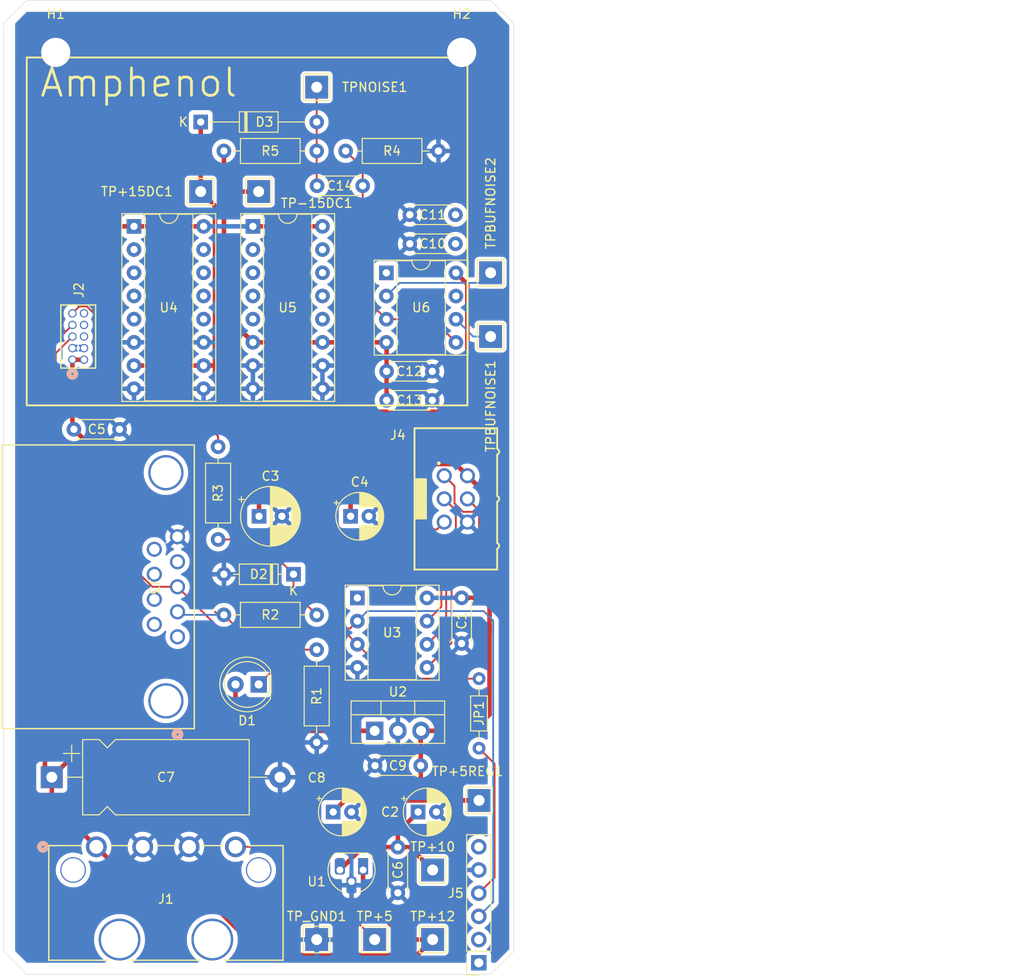
<source format=kicad_pcb>
(kicad_pcb (version 20240108) (generator "pcbnew") (generator_version "8.0")
  (layers (0 "F.Cu" signal) (31 "B.Cu" signal) (36 "B.SilkS" user "B.Silkscreen") (37 "F.SilkS" user "F.Silkscreen") (38 "B.Mask" user) (39 "F.Mask" user) (44 "Edge.Cuts" user))
  (net 0 "")
  (net 1 "+12V")
  (net 2 "+5V")
  (net 4 "_RESET")
  (net 5 "SET{slash}SLEEP")
  (net 7 "Net-(D1-K)")
  (net 14 "Net-(D2-K)")
  (net 15 "Net-(J2-Pad9)")
  (net 16 "+10V")
  (net 17 "Net-(J1-Pin_4)")
  (net 18 "GND")
  (net 19 "HOSTRX")
  (net 20 "HOSTTX")
  (net 21 "SCK")
  (net 22 "MOSI")
  (net 23 "MISO")
  (net 24 "Net-(J5-Pin_3)")
  (net 28 "+15V")
  (net 29 "-15V")
  (net 30 "Net-(U6A-+)")
  (net 31 "Net-(D3-A)")
  (net 32 "Net-(U6B--)")
  (net 33 "Net-(U6A--)")
  (footprint "TestPoint:TestPoint_THTPad_2.5x2.5mm_Drill1.2mm" (layer "F.Cu") (at 132.08 62.865)
    (property "Reference" "TPNOISE1" (at 6.35 0 0) (layer "F.SilkS"))
    (property "Value" "NOISE")
    (pad "1" thru_hole rect (at 0 0) (size 2.5 2.5) (drill 1.2) (layers "*.Cu" "*.Mask") (net 31 "Net-(D3-A)"))
  )
  (footprint "Capacitor_THT:C_Disc_D4.3mm_W1.9mm_P5.00mm" (layer "F.Cu") (at 105.49 100.33)
    (property "Reference" "C5" (at 2.5 0 0) (layer "F.SilkS"))
    (property "Value" "100n")
    (pad "1" thru_hole circle (at 0 0) (size 1.6 1.6) (drill 0.8) (layers "*.Cu" "*.Mask") (net 2 "+5V"))
    (pad "2" thru_hole circle (at 5 0) (size 1.6 1.6) (drill 0.8) (layers "*.Cu" "*.Mask") (net 18 "GND"))
  )
  (footprint "ThirdPartyFootprints:LD09S13A4GX00LF_AMP" (layer "F.Cu") (at 116.84 123.0566 -90)
    (property "Reference" "J3" (at -5.479999 2.54 -90) (layer "F.SilkS"))
    (property "Value" "DE9_Receptacle")
    (pad "1" thru_hole circle (at 0 0 270) (size 1.651 1.651) (drill 1.143) (layers "*.Cu" "*.Mask"))
    (pad "2" thru_hole circle (at -2.74 0 270) (size 1.651 1.651) (drill 1.143) (layers "*.Cu" "*.Mask") (net 20 "HOSTTX"))
    (pad "3" thru_hole circle (at -5.479999 0 270) (size 1.651 1.651) (drill 1.143) (layers "*.Cu" "*.Mask") (net 19 "HOSTRX"))
    (pad "4" thru_hole circle (at -8.219999 0 270) (size 1.651 1.651) (drill 1.143) (layers "*.Cu" "*.Mask"))
    (pad "5" thru_hole circle (at -10.959998 0 270) (size 1.651 1.651) (drill 1.143) (layers "*.Cu" "*.Mask") (net 18 "GND"))
    (pad "6" thru_hole circle (at -1.37 2.54 270) (size 1.651 1.651) (drill 1.143) (layers "*.Cu" "*.Mask"))
    (pad "7" thru_hole circle (at -4.109999 2.54 270) (size 1.651 1.651) (drill 1.143) (layers "*.Cu" "*.Mask"))
    (pad "8" thru_hole circle (at -6.849999 2.54 270) (size 1.651 1.651) (drill 1.143) (layers "*.Cu" "*.Mask"))
    (pad "9" thru_hole circle (at -9.589999 2.54 270) (size 1.651 1.651) (drill 1.143) (layers "*.Cu" "*.Mask"))
    (pad "10" thru_hole circle (at -17.974998 1.27 270) (size 3.8608 3.8608) (drill 3.3528) (layers "*.Cu" "*.Mask"))
    (pad "11" thru_hole circle (at 7.015 1.27 270) (size 3.8608 3.8608) (drill 3.3528) (layers "*.Cu" "*.Mask"))
  )
  (footprint "LED_THT:LED_D5.0mm" (layer "F.Cu") (at 125.73 128.27 180)
    (property "Reference" "D1" (at 1.27 -3.96 0) (layer "F.SilkS"))
    (property "Value" "LED")
    (pad "1" thru_hole rect (at 0 0 180) (size 1.8 1.8) (drill 0.9) (layers "*.Cu" "*.Mask") (net 7 "Net-(D1-K)"))
    (pad "2" thru_hole circle (at 2.54 0 180) (size 1.8 1.8) (drill 0.9) (layers "*.Cu" "*.Mask") (net 1 "+12V"))
  )
  (footprint "Capacitor_THT:CP_Radial_D5.0mm_P2.00mm" (layer "F.Cu") (at 133.89 142.24)
    (property "Reference" "C8" (at -1.81 -3.75 0) (layer "F.SilkS"))
    (property "Value" "22u")
    (pad "1" thru_hole rect (at 0 0) (size 1.6 1.6) (drill 0.8) (layers "*.Cu" "*.Mask") (net 2 "+5V"))
    (pad "2" thru_hole circle (at 2 0) (size 1.6 1.6) (drill 0.8) (layers "*.Cu" "*.Mask") (net 18 "GND"))
  )
  (footprint "Resistor_THT:R_Axial_DIN0207_L6.3mm_D2.5mm_P10.16mm_Horizontal" (layer "F.Cu") (at 135.255 69.85)
    (property "Reference" "R4" (at 5.08 0 0) (layer "F.SilkS"))
    (property "Value" "1meg")
    (pad "1" thru_hole circle (at 0 0) (size 1.6 1.6) (drill 0.8) (layers "*.Cu" "*.Mask") (net 30 "Net-(U6A-+)"))
    (pad "2" thru_hole oval (at 10.16 0) (size 1.6 1.6) (drill 0.8) (layers "*.Cu" "*.Mask") (net 18 "GND"))
  )
  (footprint "Resistor_THT:R_Axial_DIN0204_L3.6mm_D1.6mm_P7.62mm_Horizontal" (layer "F.Cu") (at 149.86 127.635 -90)
    (property "Reference" "JP1" (at 3.81 0 90) (layer "F.SilkS"))
    (property "Value" "Jumper_2_Open")
    (pad "1" thru_hole circle (at 0 0 270) (size 1.4 1.4) (drill 0.7) (layers "*.Cu" "*.Mask") (net 20 "HOSTTX"))
    (pad "2" thru_hole oval (at 7.62 0 270) (size 1.4 1.4) (drill 0.7) (layers "*.Cu" "*.Mask") (net 24 "Net-(J5-Pin_3)"))
  )
  (footprint "Package_TO_SOT_THT:TO-92_HandSolder" (layer "F.Cu") (at 137.16 148.59 180)
    (property "Reference" "U1" (at 5.08 -1.27 180) (layer "F.SilkS"))
    (property "Value" "UA78L10ACLPRE3")
    (pad "1" thru_hole rect (at 0 0 180) (size 1.1 1.8) (drill 0.75 (offset 0 0.4)) (layers "*.Cu" "*.Mask") (net 1 "+12V"))
    (pad "2" thru_hole roundrect (at 1.27 -1.27 180) (size 1.1 1.8) (drill 0.75 (offset 0 -0.4)) (layers "*.Cu" "*.Mask") (net 18 "GND"))
    (pad "3" thru_hole roundrect (at 2.54 0 180) (size 1.1 1.8) (drill 0.75 (offset 0 0.4)) (layers "*.Cu" "*.Mask") (net 16 "+10V"))
  )
  (footprint "Package_DIP:DIP-16_W7.62mm_Socket" (layer "F.Cu") (at 112.075 78.105)
    (property "Reference" "U4" (at 3.8 8.9 0) (layer "F.SilkS"))
    (property "Value" "~")
    (pad "1" thru_hole rect (at 0 0) (size 1.6 1.6) (drill 0.8) (layers "*.Cu" "*.Mask") (net 1 "+12V"))
    (pad "2" thru_hole oval (at 0 2.54) (size 1.6 1.6) (drill 0.8) (layers "*.Cu" "*.Mask"))
    (pad "3" thru_hole oval (at 0 5.08) (size 1.6 1.6) (drill 0.8) (layers "*.Cu" "*.Mask"))
    (pad "4" thru_hole oval (at 0 7.62) (size 1.6 1.6) (drill 0.8) (layers "*.Cu" "*.Mask"))
    (pad "5" thru_hole oval (at 0 10.16) (size 1.6 1.6) (drill 0.8) (layers "*.Cu" "*.Mask"))
    (pad "6" thru_hole oval (at 0 12.7) (size 1.6 1.6) (drill 0.8) (layers "*.Cu" "*.Mask") (net 18 "GND"))
    (pad "7" thru_hole oval (at 0 15.24) (size 1.6 1.6) (drill 0.8) (layers "*.Cu" "*.Mask") (net 28 "+15V"))
    (pad "8" thru_hole oval (at 0 17.78) (size 1.6 1.6) (drill 0.8) (layers "*.Cu" "*.Mask") (net 18 "GND"))
    (pad "9" thru_hole oval (at 7.62 17.78) (size 1.6 1.6) (drill 0.8) (layers "*.Cu" "*.Mask") (net 18 "GND"))
    (pad "10" thru_hole oval (at 7.62 15.24) (size 1.6 1.6) (drill 0.8) (layers "*.Cu" "*.Mask") (net 28 "+15V"))
    (pad "11" thru_hole oval (at 7.62 12.7) (size 1.6 1.6) (drill 0.8) (layers "*.Cu" "*.Mask") (net 18 "GND"))
    (pad "12" thru_hole oval (at 7.62 10.16) (size 1.6 1.6) (drill 0.8) (layers "*.Cu" "*.Mask"))
    (pad "13" thru_hole oval (at 7.62 7.62) (size 1.6 1.6) (drill 0.8) (layers "*.Cu" "*.Mask"))
    (pad "14" thru_hole oval (at 7.62 5.08) (size 1.6 1.6) (drill 0.8) (layers "*.Cu" "*.Mask"))
    (pad "15" thru_hole oval (at 7.62 2.54) (size 1.6 1.6) (drill 0.8) (layers "*.Cu" "*.Mask"))
    (pad "16" thru_hole oval (at 7.62 0) (size 1.6 1.6) (drill 0.8) (layers "*.Cu" "*.Mask") (net 1 "+12V"))
  )
  (footprint "TestPoint:TestPoint_THTPad_2.5x2.5mm_Drill1.2mm" (layer "F.Cu") (at 144.78 148.59)
    (property "Reference" "TP+10" (at 0 -2.54 0) (layer "F.SilkS"))
    (property "Value" "+10	")
    (pad "1" thru_hole rect (at 0 0) (size 2.5 2.5) (drill 1.2) (layers "*.Cu" "*.Mask") (net 16 "+10V"))
  )
  (footprint "Resistor_THT:R_Axial_DIN0207_L6.3mm_D2.5mm_P10.16mm_Horizontal" (layer "F.Cu") (at 121.285 112.395 90)
    (property "Reference" "R3" (at 5.08 0 90) (layer "F.SilkS"))
    (property "Value" "1k")
    (pad "1" thru_hole circle (at 0 0 90) (size 1.6 1.6) (drill 0.8) (layers "*.Cu" "*.Mask") (net 14 "Net-(D2-K)"))
    (pad "2" thru_hole oval (at 10.16 0 90) (size 1.6 1.6) (drill 0.8) (layers "*.Cu" "*.Mask") (net 15 "Net-(J2-Pad9)"))
  )
  (footprint "Capacitor_THT:C_Disc_D4.3mm_W1.9mm_P5.00mm" (layer "F.Cu") (at 139.74 93.98)
    (property "Reference" "C12" (at 2.5 0 0) (layer "F.SilkS"))
    (property "Value" "1u")
    (pad "1" thru_hole circle (at 0 0) (size 1.6 1.6) (drill 0.8) (layers "*.Cu" "*.Mask") (net 29 "-15V"))
    (pad "2" thru_hole circle (at 5 0) (size 1.6 1.6) (drill 0.8) (layers "*.Cu" "*.Mask") (net 18 "GND"))
  )
  (footprint "Capacitor_THT:C_Disc_D4.3mm_W1.9mm_P5.00mm" (layer "F.Cu") (at 132.12 73.66)
    (property "Reference" "C14" (at 2.5 0 0) (layer "F.SilkS"))
    (property "Value" "1u FILM")
    (pad "1" thru_hole circle (at 0 0) (size 1.6 1.6) (drill 0.8) (layers "*.Cu" "*.Mask") (net 31 "Net-(D3-A)"))
    (pad "2" thru_hole circle (at 5 0) (size 1.6 1.6) (drill 0.8) (layers "*.Cu" "*.Mask") (net 30 "Net-(U6A-+)"))
  )
  (footprint "Capacitor_THT:CP_Radial_D5.0mm_P2.00mm" (layer "F.Cu") (at 135.795 109.855)
    (property "Reference" "C4" (at 1 -3.75 0) (layer "F.SilkS"))
    (property "Value" "22u")
    (pad "1" thru_hole rect (at 0 0) (size 1.6 1.6) (drill 0.8) (layers "*.Cu" "*.Mask") (net 2 "+5V"))
    (pad "2" thru_hole circle (at 2 0) (size 1.6 1.6) (drill 0.8) (layers "*.Cu" "*.Mask") (net 18 "GND"))
  )
  (footprint "Diode_THT:D_DO-35_SOD27_P7.62mm_Horizontal" (layer "F.Cu") (at 129.54 116.205 180)
    (property "Reference" "D2" (at 3.81 0 0) (layer "F.SilkS"))
    (property "Value" "BZX79-C3V3")
    (fp_text user "K" (at 0 -1.8 0) (layer "F.SilkS"))
    (pad "1" thru_hole rect (at 0 0 180) (size 1.6 1.6) (drill 0.8) (layers "*.Cu" "*.Mask") (net 14 "Net-(D2-K)"))
    (pad "2" thru_hole oval (at 7.62 0 180) (size 1.6 1.6) (drill 0.8) (layers "*.Cu" "*.Mask") (net 18 "GND"))
  )
  (footprint "Resistor_THT:R_Axial_DIN0207_L6.3mm_D2.5mm_P10.16mm_Horizontal" (layer "F.Cu") (at 132.08 69.85 180)
    (property "Reference" "R5" (at 5.08 0 0) (layer "F.SilkS"))
    (property "Value" "100k")
    (pad "1" thru_hole circle (at 0 0 180) (size 1.6 1.6) (drill 0.8) (layers "*.Cu" "*.Mask") (net 31 "Net-(D3-A)"))
    (pad "2" thru_hole oval (at 10.16 0 180) (size 1.6 1.6) (drill 0.8) (layers "*.Cu" "*.Mask") (net 29 "-15V"))
  )
  (footprint "Capacitor_THT:C_Disc_D4.3mm_W1.9mm_P5.00mm" (layer "F.Cu") (at 139.74 97.155)
    (property "Reference" "C13" (at 2.5 0 0) (layer "F.SilkS"))
    (property "Value" "100n")
    (pad "1" thru_hole circle (at 0 0) (size 1.6 1.6) (drill 0.8) (layers "*.Cu" "*.Mask") (net 29 "-15V"))
    (pad "2" thru_hole circle (at 5 0) (size 1.6 1.6) (drill 0.8) (layers "*.Cu" "*.Mask") (net 18 "GND"))
  )
  (footprint "Package_DIP:DIP-8_W7.62mm_Socket" (layer "F.Cu") (at 136.535 118.795)
    (property "Reference" "U3" (at 3.8 3.8 0) (layer "F.SilkS"))
    (property "Value" "ATtiny13A-P")
    (pad "1" thru_hole rect (at 0 0) (size 1.6 1.6) (drill 0.8) (layers "*.Cu" "*.Mask") (net 4 "_RESET"))
    (pad "2" thru_hole oval (at 0 2.54) (size 1.6 1.6) (drill 0.8) (layers "*.Cu" "*.Mask") (net 20 "HOSTTX"))
    (pad "3" thru_hole oval (at 0 5.08) (size 1.6 1.6) (drill 0.8) (layers "*.Cu" "*.Mask") (net 19 "HOSTRX"))
    (pad "4" thru_hole oval (at 0 7.62) (size 1.6 1.6) (drill 0.8) (layers "*.Cu" "*.Mask") (net 18 "GND"))
    (pad "5" thru_hole oval (at 7.62 7.62) (size 1.6 1.6) (drill 0.8) (layers "*.Cu" "*.Mask") (net 22 "MOSI"))
    (pad "6" thru_hole oval (at 7.62 5.08) (size 1.6 1.6) (drill 0.8) (layers "*.Cu" "*.Mask") (net 23 "MISO"))
    (pad "7" thru_hole oval (at 7.62 2.54) (size 1.6 1.6) (drill 0.8) (layers "*.Cu" "*.Mask") (net 21 "SCK"))
    (pad "8" thru_hole oval (at 7.62 0) (size 1.6 1.6) (drill 0.8) (layers "*.Cu" "*.Mask") (net 2 "+5V"))
  )
  (footprint "TestPoint:TestPoint_THTPad_2.5x2.5mm_Drill1.2mm" (layer "F.Cu") (at 149.86 140.97)
    (property "Reference" "TP+5REG1" (at -1.27 -3.175 0) (layer "F.SilkS"))
    (property "Value" "+5")
    (pad "1" thru_hole rect (at 0 0) (size 2.5 2.5) (drill 1.2) (layers "*.Cu" "*.Mask") (net 2 "+5V"))
  )
  (footprint "Capacitor_THT:CP_Axial_L18.0mm_D8.0mm_P25.00mm_Horizontal" (layer "F.Cu") (at 103.07 138.43)
    (property "Reference" "C7" (at 12.5 0 0) (layer "F.SilkS"))
    (property "Value" "220u")
    (pad "1" thru_hole rect (at 0 0) (size 2.4 2.4) (drill 1.2) (layers "*.Cu" "*.Mask") (net 1 "+12V"))
    (pad "2" thru_hole oval (at 25 0) (size 2.4 2.4) (drill 1.2) (layers "*.Cu" "*.Mask") (net 18 "GND"))
  )
  (footprint "TestPoint:TestPoint_THTPad_2.5x2.5mm_Drill1.2mm" (layer "F.Cu") (at 125.73 74.295)
    (property "Reference" "TP-15DC1" (at 6.35 1.27 0) (layer "F.SilkS"))
    (property "Value" "-15")
    (pad "1" thru_hole rect (at 0 0) (size 2.5 2.5) (drill 1.2) (layers "*.Cu" "*.Mask") (net 29 "-15V"))
  )
  (footprint "ThirdPartyFootprints:61200621621" (layer "F.Cu") (at 147.32 107.95 -90)
    (property "Reference" "J4" (at -6.985 6.35 180) (layer "F.SilkS"))
    (property "Value" "61200621621")
    (pad "1" thru_hole circle (at -2.54 1.27 270) (size 1.65 1.65) (drill 1.1) (layers "*.Cu" "*.Mask") (net 23 "MISO"))
    (pad "2" thru_hole circle (at -2.54 -1.27 270) (size 1.65 1.65) (drill 1.1) (layers "*.Cu" "*.Mask") (net 2 "+5V"))
    (pad "3" thru_hole circle (at 0 1.27 270) (size 1.65 1.65) (drill 1.1) (layers "*.Cu" "*.Mask") (net 21 "SCK"))
    (pad "4" thru_hole circle (at 0 -1.27 270) (size 1.65 1.65) (drill 1.1) (layers "*.Cu" "*.Mask") (net 22 "MOSI"))
    (pad "5" thru_hole circle (at 2.54 1.27 270) (size 1.65 1.65) (drill 1.1) (layers "*.Cu" "*.Mask") (net 4 "_RESET"))
    (pad "6" thru_hole circle (at 2.54 -1.27 270) (size 1.65 1.65) (drill 1.1) (layers "*.Cu" "*.Mask") (net 18 "GND"))
  )
  (footprint "MountingHole:MountingHole_3.2mm_M3" (layer "F.Cu") (at 147.955 59.055)
    (property "Reference" "H2" (at 0 -4.2 0) (layer "F.SilkS"))
    (property "Value" "MountingHole")
    (pad "" np_thru_hole circle (at 0 0) (size 3.2 3.2) (drill 3.2) (layers "*.Cu" "*.Mask"))
  )
  (footprint "Package_TO_SOT_THT:TO-220-3_Vertical" (layer "F.Cu") (at 138.43 133.35)
    (property "Reference" "U2" (at 2.54 -4.27 0) (layer "F.SilkS"))
    (property "Value" "AS7805AT")
    (pad "1" thru_hole rect (at 0 0) (size 1.905 2) (drill 1.1) (layers "*.Cu" "*.Mask") (net 1 "+12V"))
    (pad "2" thru_hole oval (at 2.54 0) (size 1.905 2) (drill 1.1) (layers "*.Cu" "*.Mask") (net 18 "GND"))
    (pad "3" thru_hole oval (at 5.08 0) (size 1.905 2) (drill 1.1) (layers "*.Cu" "*.Mask") (net 2 "+5V"))
  )
  (footprint "Connector_PinSocket_2.54mm:PinSocket_1x06_P2.54mm_Vertical" (layer "F.Cu") (at 149.835 158.75 180)
    (property "Reference" "J5" (at 2.515 7.62 0) (layer "F.SilkS"))
    (property "Value" "Conn_01x06_Pin")
    (pad "1" thru_hole rect (at 0 0 180) (size 1.7 1.7) (drill 1) (layers "*.Cu" "*.Mask"))
    (pad "2" thru_hole oval (at 0 2.54 180) (size 1.7 1.7) (drill 1) (layers "*.Cu" "*.Mask"))
    (pad "3" thru_hole oval (at 0 5.08 180) (size 1.7 1.7) (drill 1) (layers "*.Cu" "*.Mask") (net 24 "Net-(J5-Pin_3)"))
    (pad "4" thru_hole oval (at 0 7.62 180) (size 1.7 1.7) (drill 1) (layers "*.Cu" "*.Mask") (net 19 "HOSTRX"))
    (pad "5" thru_hole oval (at 0 10.16 180) (size 1.7 1.7) (drill 1) (layers "*.Cu" "*.Mask") (net 18 "GND"))
    (pad "6" thru_hole oval (at 0 12.7 180) (size 1.7 1.7) (drill 1) (layers "*.Cu" "*.Mask"))
  )
  (footprint "ThirdPartyFootprints:641737-1_TYC" (layer "F.Cu") (at 107.95 146.05)
    (property "Reference" "J1" (at 7.62 5.715 0) (layer "F.SilkS"))
    (property "Value" "Conn_01x04_Pin")
    (pad "1" thru_hole circle (at 0 0) (size 2.286 2.286) (drill 1.524) (layers "*.Cu" "*.Mask") (net 1 "+12V"))
    (pad "2" thru_hole circle (at 5.08 0) (size 2.286 2.286) (drill 1.524) (layers "*.Cu" "*.Mask") (net 18 "GND"))
    (pad "3" thru_hole circle (at 10.16 0) (size 2.286 2.286) (drill 1.524) (layers "*.Cu" "*.Mask") (net 18 "GND"))
    (pad "4" thru_hole circle (at 15.24 0) (size 2.286 2.286) (drill 1.524) (layers "*.Cu" "*.Mask") (net 17 "Net-(J1-Pin_4)"))
    (pad "5" thru_hole circle (at -2.54 2.54) (size 2.794 2.794) (drill 2.54) (layers "*.Cu" "*.Mask"))
    (pad "6" thru_hole circle (at 17.78 2.54) (size 2.794 2.794) (drill 2.54) (layers "*.Cu" "*.Mask"))
    (pad "7" thru_hole circle (at 2.54 10.16) (size 4.572 4.572) (drill 4.064) (layers "*.Cu" "*.Mask"))
    (pad "8" thru_hole circle (at 12.7 10.16) (size 4.572 4.572) (drill 4.064) (layers "*.Cu" "*.Mask"))
  )
  (footprint "MountingHole:MountingHole_3.2mm_M3" (layer "F.Cu") (at 103.505 59.055)
    (property "Reference" "H1" (at 0 -4.2 0) (layer "F.SilkS"))
    (property "Value" "MountingHole")
    (pad "" np_thru_hole circle (at 0 0) (size 3.2 3.2) (drill 3.2) (layers "*.Cu" "*.Mask"))
  )
  (footprint "Capacitor_THT:CP_Radial_D5.0mm_P2.00mm" (layer "F.Cu") (at 143.189888 142.24)
    (property "Reference" "C2" (at -3.08 0 0) (layer "F.SilkS"))
    (property "Value" "22u")
    (pad "1" thru_hole rect (at 0 0) (size 1.6 1.6) (drill 0.8) (layers "*.Cu" "*.Mask") (net 16 "+10V"))
    (pad "2" thru_hole circle (at 2 0) (size 1.6 1.6) (drill 0.8) (layers "*.Cu" "*.Mask") (net 18 "GND"))
  )
  (footprint "TestPoint:TestPoint_THTPad_2.5x2.5mm_Drill1.2mm" (layer "F.Cu") (at 138.43 156.21)
    (property "Reference" "TP+5" (at 0 -2.54 0) (layer "F.SilkS"))
    (property "Value" "+5")
    (pad "1" thru_hole rect (at 0 0) (size 2.5 2.5) (drill 1.2) (layers "*.Cu" "*.Mask") (net 17 "Net-(J1-Pin_4)"))
  )
  (footprint "TestPoint:TestPoint_THTPad_2.5x2.5mm_Drill1.2mm" (layer "F.Cu") (at 144.78 156.21)
    (property "Reference" "TP+12" (at 0 -2.54 0) (layer "F.SilkS"))
    (property "Value" "+12")
    (pad "1" thru_hole rect (at 0 0) (size 2.5 2.5) (drill 1.2) (layers "*.Cu" "*.Mask") (net 1 "+12V"))
  )
  (footprint "Capacitor_THT:C_Disc_D4.3mm_W1.9mm_P5.00mm" (layer "F.Cu") (at 147.28 80.01 180)
    (property "Reference" "C10" (at 2.5 0 0) (layer "F.SilkS"))
    (property "Value" "100n")
    (pad "1" thru_hole circle (at 0 0 180) (size 1.6 1.6) (drill 0.8) (layers "*.Cu" "*.Mask") (net 28 "+15V"))
    (pad "2" thru_hole circle (at 5 0 180) (size 1.6 1.6) (drill 0.8) (layers "*.Cu" "*.Mask") (net 18 "GND"))
  )
  (footprint "Capacitor_THT:C_Disc_D4.3mm_W1.9mm_P5.00mm" (layer "F.Cu") (at 147.955 118.785 -90)
    (property "Reference" "C1" (at 2.5 0 90) (layer "F.SilkS"))
    (property "Value" "100n")
    (pad "1" thru_hole circle (at 0 0 270) (size 1.6 1.6) (drill 0.8) (layers "*.Cu" "*.Mask") (net 2 "+5V"))
    (pad "2" thru_hole circle (at 5 0 270) (size 1.6 1.6) (drill 0.8) (layers "*.Cu" "*.Mask") (net 18 "GND"))
  )
  (footprint "Package_DIP:DIP-16_W7.62mm_Socket" (layer "F.Cu") (at 125.095 78.105)
    (property "Reference" "U5" (at 3.8 8.9 0) (layer "F.SilkS"))
    (property "Value" "~")
    (pad "1" thru_hole rect (at 0 0) (size 1.6 1.6) (drill 0.8) (layers "*.Cu" "*.Mask") (net 1 "+12V"))
    (pad "2" thru_hole oval (at 0 2.54) (size 1.6 1.6) (drill 0.8) (layers "*.Cu" "*.Mask"))
    (pad "3" thru_hole oval (at 0 5.08) (size 1.6 1.6) (drill 0.8) (layers "*.Cu" "*.Mask"))
    (pad "4" thru_hole oval (at 0 7.62) (size 1.6 1.6) (drill 0.8) (layers "*.Cu" "*.Mask"))
    (pad "5" thru_hole oval (at 0 10.16) (size 1.6 1.6) (drill 0.8) (layers "*.Cu" "*.Mask"))
    (pad "6" thru_hole oval (at 0 12.7) (size 1.6 1.6) (drill 0.8) (layers "*.Cu" "*.Mask") (net 29 "-15V"))
    (pad "7" thru_hole oval (at 0 15.24) (size 1.6 1.6) (drill 0.8) (layers "*.Cu" "*.Mask") (net 18 "GND"))
    (pad "8" thru_hole oval (at 0 17.78) (size 1.6 1.6) (drill 0.8) (layers "*.Cu" "*.Mask") (net 18 "GND"))
    (pad "9" thru_hole oval (at 7.62 17.78) (size 1.6 1.6) (drill 0.8) (layers "*.Cu" "*.Mask") (net 18 "GND"))
    (pad "10" thru_hole oval (at 7.62 15.24) (size 1.6 1.6) (drill 0.8) (layers "*.Cu" "*.Mask") (net 18 "GND"))
    (pad "11" thru_hole oval (at 7.62 12.7) (size 1.6 1.6) (drill 0.8) (layers "*.Cu" "*.Mask") (net 29 "-15V"))
    (pad "12" thru_hole oval (at 7.62 10.16) (size 1.6 1.6) (drill 0.8) (layers "*.Cu" "*.Mask"))
    (pad "13" thru_hole oval (at 7.62 7.62) (size 1.6 1.6) (drill 0.8) (layers "*.Cu" "*.Mask"))
    (pad "14" thru_hole oval (at 7.62 5.08) (size 1.6 1.6) (drill 0.8) (layers "*.Cu" "*.Mask"))
    (pad "15" thru_hole oval (at 7.62 2.54) (size 1.6 1.6) (drill 0.8) (layers "*.Cu" "*.Mask"))
    (pad "16" thru_hole oval (at 7.62 0) (size 1.6 1.6) (drill 0.8) (layers "*.Cu" "*.Mask") (net 1 "+12V"))
  )
  (footprint "TestPoint:TestPoint_THTPad_2.5x2.5mm_Drill1.2mm" (layer "F.Cu") (at 119.38 74.295)
    (property "Reference" "TP+15DC1" (at -6.985 0 0) (layer "F.SilkS"))
    (property "Value" "+15")
    (pad "1" thru_hole rect (at 0 0) (size 2.5 2.5) (drill 1.2) (layers "*.Cu" "*.Mask") (net 28 "+15V"))
  )
  (footprint "Capacitor_THT:C_Disc_D4.3mm_W1.9mm_P5.00mm" (layer "F.Cu") (at 140.97 146.09 -90)
    (property "Reference" "C6" (at 2.5 0 90) (layer "F.SilkS"))
    (property "Value" "100n")
    (pad "1" thru_hole circle (at 0 0 270) (size 1.6 1.6) (drill 0.8) (layers "*.Cu" "*.Mask") (net 16 "+10V"))
    (pad "2" thru_hole circle (at 5 0 270) (size 1.6 1.6) (drill 0.8) (layers "*.Cu" "*.Mask") (net 18 "GND"))
  )
  (footprint "Package_DIP:DIP-8_W7.62mm_Socket" (layer "F.Cu") (at 139.71 83.195)
    (property "Reference" "U6" (at 3.81 3.8 0) (layer "F.SilkS"))
    (property "Value" "TL072")
    (pad "1" thru_hole rect (at 0 0) (size 1.6 1.6) (drill 0.8) (layers "*.Cu" "*.Mask") (net 33 "Net-(U6A--)"))
    (pad "2" thru_hole oval (at 0 2.54) (size 1.6 1.6) (drill 0.8) (layers "*.Cu" "*.Mask") (net 33 "Net-(U6A--)"))
    (pad "3" thru_hole oval (at 0 5.08) (size 1.6 1.6) (drill 0.8) (layers "*.Cu" "*.Mask") (net 30 "Net-(U6A-+)"))
    (pad "4" thru_hole oval (at 0 7.62) (size 1.6 1.6) (drill 0.8) (layers "*.Cu" "*.Mask") (net 29 "-15V"))
    (pad "5" thru_hole oval (at 7.62 7.62) (size 1.6 1.6) (drill 0.8) (layers "*.Cu" "*.Mask") (net 30 "Net-(U6A-+)"))
    (pad "6" thru_hole oval (at 7.62 5.08) (size 1.6 1.6) (drill 0.8) (layers "*.Cu" "*.Mask") (net 32 "Net-(U6B--)"))
    (pad "7" thru_hole oval (at 7.62 2.54) (size 1.6 1.6) (drill 0.8) (layers "*.Cu" "*.Mask") (net 32 "Net-(U6B--)"))
    (pad "8" thru_hole oval (at 7.62 0) (size 1.6 1.6) (drill 0.8) (layers "*.Cu" "*.Mask") (net 28 "+15V"))
  )
  (footprint "Resistor_THT:R_Axial_DIN0207_L6.3mm_D2.5mm_P10.16mm_Horizontal" (layer "F.Cu") (at 132.08 124.46 -90)
    (property "Reference" "R1" (at 5.08 0 90) (layer "F.SilkS"))
    (property "Value" "1k")
    (pad "1" thru_hole circle (at 0 0 270) (size 1.6 1.6) (drill 0.8) (layers "*.Cu" "*.Mask") (net 7 "Net-(D1-K)"))
    (pad "2" thru_hole oval (at 10.16 0 270) (size 1.6 1.6) (drill 0.8) (layers "*.Cu" "*.Mask") (net 18 "GND"))
  )
  (footprint "TestPoint:TestPoint_THTPad_2.5x2.5mm_Drill1.2mm" (layer "F.Cu") (at 151.13 83.185)
    (property "Reference" "TPBUFNOISE2" (at 0 -7.62 90) (layer "F.SilkS"))
    (property "Value" "BUFNOISE")
    (pad "1" thru_hole rect (at 0 0) (size 2.5 2.5) (drill 1.2) (layers "*.Cu" "*.Mask") (net 33 "Net-(U6A--)"))
  )
  (footprint "TestPoint:TestPoint_THTPad_2.5x2.5mm_Drill1.2mm" (layer "F.Cu") (at 151.13 90.17)
    (property "Reference" "TPBUFNOISE1" (at 0 7.62 90) (layer "F.SilkS"))
    (property "Value" "BUFNOISE")
    (pad "1" thru_hole rect (at 0 0) (size 2.5 2.5) (drill 1.2) (layers "*.Cu" "*.Mask") (net 32 "Net-(U6B--)"))
  )
  (footprint "TestPoint:TestPoint_THTPad_2.5x2.5mm_Drill1.2mm" (layer "F.Cu") (at 132.08 156.21)
    (property "Reference" "TP_GND1" (at 0 -2.54 0) (layer "F.SilkS"))
    (property "Value" "GND")
    (pad "1" thru_hole rect (at 0 0) (size 2.5 2.5) (drill 1.2) (layers "*.Cu" "*.Mask") (net 18 "GND"))
  )
  (footprint "Resistor_THT:R_Axial_DIN0207_L6.3mm_D2.5mm_P10.16mm_Horizontal" (layer "F.Cu") (at 121.92 120.65)
    (property "Reference" "R2" (at 5.08 0 0) (layer "F.SilkS"))
    (property "Value" "330")
    (pad "1" thru_hole circle (at 0 0) (size 1.6 1.6) (drill 0.8) (layers "*.Cu" "*.Mask") (net 20 "HOSTTX"))
    (pad "2" thru_hole oval (at 10.16 0) (size 1.6 1.6) (drill 0.8) (layers "*.Cu" "*.Mask") (net 14 "Net-(D2-K)"))
  )
  (footprint "Capacitor_THT:C_Disc_D4.3mm_W1.9mm_P5.00mm" (layer "F.Cu") (at 143.47 137.16 180)
    (property "Reference" "C9" (at 2.5 0 0) (layer "F.SilkS"))
    (property "Value" "100n")
    (pad "1" thru_hole circle (at 0 0 180) (size 1.6 1.6) (drill 0.8) (layers "*.Cu" "*.Mask") (net 2 "+5V"))
    (pad "2" thru_hole circle (at 5 0 180) (size 1.6 1.6) (drill 0.8) (layers "*.Cu" "*.Mask") (net 18 "GND"))
  )
  (footprint "Diode_THT:D_DO-35_SOD27_P12.70mm_Horizontal" (layer "F.Cu") (at 119.38 66.675)
    (property "Reference" "D3" (at 6.985 0 0) (layer "F.SilkS"))
    (property "Value" "BZX79-C24")
    (fp_text user "K" (at -1.905 0 0) (layer "F.SilkS"))
    (pad "1" thru_hole rect (at 0 0) (size 1.6 1.6) (drill 0.8) (layers "*.Cu" "*.Mask") (net 28 "+15V"))
    (pad "2" thru_hole oval (at 12.7 0) (size 1.6 1.6) (drill 0.8) (layers "*.Cu" "*.Mask") (net 31 "Net-(D3-A)"))
  )
  (footprint "Capacitor_THT:CP_Radial_D6.3mm_P2.50mm" (layer "F.Cu") (at 125.77 109.855)
    (property "Reference" "C3" (at 1.25 -4.4 0) (layer "F.SilkS"))
    (property "Value" "100u")
    (pad "1" thru_hole rect (at 0 0) (size 1.6 1.6) (drill 0.8) (layers "*.Cu" "*.Mask") (net 2 "+5V"))
    (pad "2" thru_hole circle (at 2.5 0) (size 1.6 1.6) (drill 0.8) (layers "*.Cu" "*.Mask") (net 18 "GND"))
  )
  (footprint "KiCAD_Libraries:CONN10_500542_HRW" (layer "F.Cu") (at 105.33 92.71 90)
    (property "Reference" "J2" (at 7.62 0.715 90) (layer "F.SilkS"))
    (property "Value" "M50-3500542")
    (pad "1" thru_hole circle (at 0 0 90) (size 0.9144 0.9144) (drill 0.6604) (layers "*.Cu" "*.Mask") (net 2 "+5V"))
    (pad "2" thru_hole circle (at 0 1.27 90) (size 0.9144 0.9144) (drill 0.6604) (layers "*.Cu" "*.Mask") (net 2 "+5V"))
    (pad "3" thru_hole circle (at 1.27 0 90) (size 0.9144 0.9144) (drill 0.6604) (layers "*.Cu" "*.Mask") (net 18 "GND"))
    (pad "4" thru_hole circle (at 1.27 1.27 90) (size 0.9144 0.9144) (drill 0.6604) (layers "*.Cu" "*.Mask") (net 18 "GND"))
    (pad "5" thru_hole circle (at 2.54 0 90) (size 0.9144 0.9144) (drill 0.6604) (layers "*.Cu" "*.Mask") (net 4 "_RESET"))
    (pad "6" thru_hole circle (at 2.54 1.27 90) (size 0.9144 0.9144) (drill 0.6604) (layers "*.Cu" "*.Mask"))
    (pad "7" thru_hole circle (at 3.81 0 90) (size 0.9144 0.9144) (drill 0.6604) (layers "*.Cu" "*.Mask") (net 19 "HOSTRX"))
    (pad "8" thru_hole circle (at 3.81 1.27 90) (size 0.9144 0.9144) (drill 0.6604) (layers "*.Cu" "*.Mask"))
    (pad "9" thru_hole circle (at 5.08 0 90) (size 0.9144 0.9144) (drill 0.6604) (layers "*.Cu" "*.Mask") (net 15 "Net-(J2-Pad9)"))
    (pad "10" thru_hole circle (at 5.08 1.27 90) (size 0.9144 0.9144) (drill 0.6604) (layers "*.Cu" "*.Mask") (net 5 "SET{slash}SLEEP"))
  )
  (footprint "Capacitor_THT:C_Disc_D4.3mm_W1.9mm_P5.00mm" (layer "F.Cu") (at 147.28 76.835 180)
    (property "Reference" "C11" (at 2.5 0 0) (layer "F.SilkS"))
    (property "Value" "1u")
    (pad "1" thru_hole circle (at 0 0 180) (size 1.6 1.6) (drill 0.8) (layers "*.Cu" "*.Mask") (net 28 "+15V"))
    (pad "2" thru_hole circle (at 5 0 180) (size 1.6 1.6) (drill 0.8) (layers "*.Cu" "*.Mask") (net 18 "GND"))
  )
  (gr_rect (start 100.33 59.61) (end 148.59 97.71) (stroke (width 0.2)) (fill none) (layer "F.SilkS"))
  (gr_poly (pts (xy 97.79 55.88) (xy 100.33 53.34) (xy 151.13 53.34) (xy 153.67 55.88) (xy 153.67 157.48) (xy 151.13 160.02) (xy 100.33 160.02) (xy 97.79 157.48)) (stroke (width 0.05)) (fill none) (layer "Edge.Cuts"))
  (gr_text "Amphenol\n" (at 101.6 64.135 0) (layer "F.SilkS") (effects (font (size 3 3) (thickness 0.3) (bold yes)) (justify left bottom)))
  (segment (start 126.219289 157.91) (end 116.264289 147.955) (width 0.5) (layer "F.Cu") (net 1))
  (segment (start 103.07 141.17) (end 103.07 138.43) (width 0.5) (layer "F.Cu") (net 1))
  (segment (start 138.43 133.35) (end 123.19 133.35) (width 0.5) (layer "F.Cu") (net 1))
  (segment (start 116.264289 147.955) (end 109.855 147.955) (width 0.5) (layer "F.Cu") (net 1))
  (segment (start 102.32 137.68) (end 102.32 82.465) (width 0.5) (layer "F.Cu") (net 1))
  (segment (start 108.15 133.35) (end 103.07 138.43) (width 0.5) (layer "F.Cu") (net 1))
  (segment (start 125.095 78.105) (end 132.715 78.105) (width 0.5) (layer "F.Cu") (net 1))
  (segment (start 137.16 151.54) (end 141.83 156.21) (width 0.5) (layer "F.Cu") (net 1))
  (segment (start 137.16 148.59) (end 137.16 151.54) (width 0.5) (layer "F.Cu") (net 1))
  (segment (start 106.68 78.105) (end 112.075 78.105) (width 0.5) (layer "F.Cu") (net 1))
  (segment (start 123.19 133.35) (end 108.15 133.35) (width 0.5) (layer "F.Cu") (net 1))
  (segment (start 103.07 138.43) (end 102.32 137.68) (width 0.5) (layer "F.Cu") (net 1))
  (segment (start 123.19 128.27) (end 123.19 133.35) (width 0.5) (layer "F.Cu") (net 1))
  (segment (start 107.95 146.05) (end 103.07 141.17) (width 0.5) (layer "F.Cu") (net 1))
  (segment (start 112.075 78.105) (end 119.695 78.105) (width 0.5) (layer "F.Cu") (net 1))
  (segment (start 109.855 147.955) (end 107.95 146.05) (width 0.5) (layer "F.Cu") (net 1))
  (segment (start 144.78 156.21) (end 143.08 157.91) (width 0.5) (layer "F.Cu") (net 1))
  (segment (start 141.83 156.21) (end 144.78 156.21) (width 0.5) (layer "F.Cu") (net 1))
  (segment (start 102.32 82.465) (end 106.68 78.105) (width 0.5) (layer "F.Cu") (net 1))
  (segment (start 143.08 157.91) (end 126.219289 157.91) (width 0.5) (layer "F.Cu") (net 1))
  (segment (start 119.695 78.105) (end 125.095 78.105) (width 0.5) (layer "B.Cu") (net 1))
  (segment (start 151.01 131.565) (end 151.01 122.555) (width 0.5) (layer "F.Cu") (net 2))
  (segment (start 113.07 107.91) (end 105.49 100.33) (width 0.5) (layer "F.Cu") (net 2))
  (segment (start 151.01 118.745) (end 151.01 107.83) (width 0.5) (layer "F.Cu") (net 2))
  (segment (start 135.795 109.855) (end 135.795 108.065) (width 0.5) (layer "F.Cu") (net 2))
  (segment (start 151.01 107.83) (end 148.59 105.41) (width 0.5) (layer "F.Cu") (net 2))
  (segment (start 151.01 122.555) (end 151.01 118.745) (width 0.5) (layer "F.Cu") (net 2))
  (segment (start 125.77 108.01) (end 125.77 109.855) (width 0.5) (layer "F.Cu") (net 2))
  (segment (start 125.73 107.97) (end 125.77 108.01) (width 0.5) (layer "F.Cu") (net 2))
  (segment (start 135.795 108.065) (end 135.89 107.97) (width 0.5) (layer "F.Cu") (net 2))
  (segment (start 135.255 140.97) (end 135.2075 140.9225) (width 0.5) (layer "F.Cu") (net 2))
  (segment (start 105.33 92.71) (end 105.33 100.17) (width 0.5) (layer "F.Cu") (net 2))
  (segment (start 149.86 140.97) (end 147.28 140.97) (width 0.5) (layer "F.Cu") (net 2))
  (segment (start 149.225 133.35) (end 151.01 131.565) (width 0.5) (layer "F.Cu") (net 2))
  (segment (start 150.97 118.785) (end 151.01 118.745) (width 0.5) (layer "F.Cu") (net 2))
  (segment (start 143.47 135.89) (end 143.47 140.93) (width 0.5) (layer "F.Cu") (net 2))
  (segment (start 105.33 100.17) (end 105.49 100.33) (width 0.5) (layer "F.Cu") (net 2))
  (segment (start 143.51 140.97) (end 149.86 140.97) (width 0.5) (layer "F.Cu") (net 2))
  (segment (start 143.51 133.35) (end 149.225 133.35) (width 0.5) (layer "F.Cu") (net 2))
  (segment (start 143.47 140.93) (end 143.51 140.97) (width 0.5) (layer "F.Cu") (net 2))
  (segment (start 135.795 109.855) (end 135.795 110.435) (width 0.5) (layer "F.Cu") (net 2))
  (segment (start 135.89 107.97) (end 140.315 107.97) (width 0.5) (layer "F.Cu") (net 2))
  (segment (start 144.15 104.135) (end 145.415 104.135) (width 0.5) (layer "F.Cu") (net 2))
  (segment (start 128.905 107.97) (end 135.89 107.97) (width 0.5) (layer "F.Cu") (net 2))
  (segment (start 143.47 133.39) (end 143.51 133.35) (width 0.5) (layer "F.Cu") (net 2))
  (segment (start 140.315 107.97) (end 144.15 104.135) (width 0.5) (layer "F.Cu") (net 2))
  (segment (start 105.33 92.71) (end 106.6 92.71) (width 0.5) (layer "F.Cu") (net 2))
  (segment (start 148.59 105.41) (end 147.315 104.135) (width 0.5) (layer "F.Cu") (net 2))
  (segment (start 143.51 140.97) (end 135.255 140.97) (width 0.5) (layer "F.Cu") (net 2))
  (segment (start 144.165 118.785) (end 144.155 118.795) (width 0.5) (layer "F.Cu") (net 2))
  (segment (start 128.905 107.97) (end 125.73 107.97) (width 0.5) (layer "F.Cu") (net 2))
  (segment (start 143.47 137.16) (end 143.47 135.89) (width 0.5) (layer "F.Cu") (net 2))
  (segment (start 147.315 104.135) (end 145.415 104.135) (width 0.5) (layer "F.Cu") (net 2))
  (segment (start 151.01 122.555) (end 151.01 121.84) (width 0.5) (layer "F.Cu") (net 2))
  (segment (start 135.2075 140.9225) (end 133.89 142.24) (width 0.5) (layer "F.Cu") (net 2))
  (segment (start 113.13 107.97) (end 113.07 107.91) (width 0.5) (layer "F.Cu") (net 2))
  (segment (start 149.865 106.685) (end 148.59 105.41) (width 0.5) (layer "F.Cu") (net 2))
  (segment (start 147.955 118.785) (end 150.97 118.785) (width 0.5) (layer "F.Cu") (net 2))
  (segment (start 127.655 107.97) (end 128.905 107.97) (width 0.5) (layer "F.Cu") (net 2))
  (segment (start 143.47 135.89) (end 143.47 133.39) (width 0.5) (layer "F.Cu") (net 2))
  (segment (start 125.73 107.97) (end 113.13 107.97) (width 0.5) (layer "F.Cu") (net 2))
  (segment (start 147.955 118.785) (end 144.165 118.785) (width 0.5) (layer "B.Cu") (net 2))
  (segment (start 144.165 118.785) (end 144.155 118.795) (width 0.5) (layer "B.Cu") (net 2))
  (segment (start 103.505 100.33) (end 103.505 91.995) (width 0.2) (layer "F.Cu") (net 4))
  (segment (start 145.245 111.295) (end 123.825 111.295) (width 0.2) (layer "F.Cu") (net 4))
  (segment (start 123.02 110.49) (end 113.665 110.49) (width 0.2) (layer "F.Cu") (net 4))
  (segment (start 146.05 110.49) (end 145.245 111.295) (width 0.2) (layer "F.Cu") (net 4))
  (segment (start 113.665 110.49) (end 103.505 100.33) (width 0.2) (layer "F.Cu") (net 4))
  (segment (start 103.505 91.995) (end 105.33 90.17) (width 0.2) (layer "F.Cu") (net 4))
  (segment (start 123.825 111.295) (end 123.02 110.49) (width 0.2) (layer "F.Cu") (net 4))
  (segment (start 104.14 92.590843) (end 104.14 91.36) (width 0.2) (layer "B.Cu") (net 4))
  (segment (start 125.73 128.27) (end 129.54 124.46) (width 0.2) (layer "F.Cu") (net 7))
  (segment (start 129.54 124.46) (end 132.08 124.46) (width 0.2) (layer "F.Cu") (net 7))
  (segment (start 125.73 112.395) (end 129.54 116.205) (width 0.2) (layer "F.Cu") (net 14))
  (segment (start 121.285 112.395) (end 125.73 112.395) (width 0.2) (layer "F.Cu") (net 14))
  (segment (start 132.08 120.65) (end 129.54 118.11) (width 0.2) (layer "F.Cu") (net 14))
  (segment (start 129.54 118.11) (end 129.54 116.205) (width 0.2) (layer "F.Cu") (net 14))
  (segment (start 121.285 101.10363) (end 121.285 102.235) (width 0.2) (layer "F.Cu") (net 15))
  (segment (start 118.60637 98.425) (end 121.285 101.10363) (width 0.2) (layer "F.Cu") (net 15))
  (segment (start 111.125 98.425) (end 118.60637 98.425) (width 0.2) (layer "F.Cu") (net 15))
  (segment (start 105.33 87.63) (end 106.0872 86.8728) (width 0.2) (layer "F.Cu") (net 15))
  (segment (start 109.22 89.179157) (end 109.22 96.52) (width 0.2) (layer "F.Cu") (net 15))
  (segment (start 106.913643 86.8728) (end 109.22 89.179157) (width 0.2) (layer "F.Cu") (net 15))
  (segment (start 109.22 96.52) (end 111.125 98.425) (width 0.2) (layer "F.Cu") (net 15))
  (segment (start 106.0872 86.8728) (end 106.913643 86.8728) (width 0.2) (layer "F.Cu") (net 15))
  (segment (start 137.12 146.09) (end 140.97 146.09) (width 0.5) (layer "F.Cu") (net 16))
  (segment (start 140.97 144.459888) (end 143.189888 142.24) (width 0.5) (layer "F.Cu") (net 16))
  (segment (start 140.97 146.09) (end 140.97 144.459888) (width 0.5) (layer "F.Cu") (net 16))
  (segment (start 142.28 146.09) (end 144.78 148.59) (width 0.5) (layer "F.Cu") (net 16))
  (segment (start 140.97 146.09) (end 142.28 146.09) (width 0.5) (layer "F.Cu") (net 16))
  (segment (start 134.62 148.59) (end 137.12 146.09) (width 0.5) (layer "F.Cu") (net 16))
  (segment (start 123.19 146.05) (end 128.27 146.05) (width 0.2) (layer "F.Cu") (net 17))
  (segment (start 128.27 146.05) (end 138.43 156.21) (width 0.2) (layer "F.Cu") (net 17))
  (segment (start 140.295 127.635) (end 136.535 123.875) (width 0.2) (layer "F.Cu") (net 19))
  (segment (start 149.86 127.635) (end 140.295 127.635) (width 0.2) (layer "F.Cu") (net 19))
  (segment (start 114.078302 117.576601) (end 116.84 117.576601) (width 0.2) (layer "F.Cu") (net 19))
  (segment (start 105.88335 109.38165) (end 114.078302 117.576601) (width 0.2) (layer "F.Cu") (net 19))
  (segment (start 105.33 88.9) (end 102.87 91.36) (width 0.2) (layer "F.Cu") (net 19))
  (segment (start 116.84 117.576601) (end 121.798398 122.534999) (width 0.2) (layer "F.Cu") (net 19))
  (segment (start 121.798398 122.534999) (end 135.194999 122.534999) (width 0.2) (layer "F.Cu") (net 19))
  (segment (start 149.835 151.13) (end 151.56 149.405) (width 0.2) (layer "F.Cu") (net 19))
  (segment (start 151.56 136.955) (end 149.86 135.255) (width 0.2) (layer "F.Cu") (net 19))
  (segment (start 135.194999 122.534999) (end 136.535 123.875) (width 0.2) (layer "F.Cu") (net 19))
  (segment (start 151.56 149.405) (end 151.56 136.955) (width 0.2) (layer "F.Cu") (net 19))
  (segment (start 102.87 91.36) (end 102.87 106.3683) (width 0.2) (layer "F.Cu") (net 19))
  (segment (start 102.87 106.3683) (end 105.88335 109.38165) (width 0.2) (layer "F.Cu") (net 19))
  (segment (start 121.92 120.65) (end 121.285 120.65) (width 0.2) (layer "F.Cu") (net 20))
  (segment (start 135.735001 122.134999) (end 123.404999 122.134999) (width 0.2) (layer "F.Cu") (net 20))
  (segment (start 136.535 121.335) (end 135.735001 122.134999) (width 0.2) (layer "F.Cu") (net 20))
  (segment (start 123.404999 122.134999) (end 121.92 120.65) (width 0.2) (layer "F.Cu") (net 20))
  (segment (start 121.285 120.65) (end 120.9516 120.3166) (width 0.2) (layer "F.Cu") (net 20))
  (segment (start 151.41 152.095) (end 149.835 153.67) (width 0.2) (layer "B.Cu") (net 20))
  (segment (start 150.36 120.235) (end 151.41 121.285) (width 0.2) (layer "B.Cu") (net 20))
  (segment (start 136.535 121.335) (end 137.635 120.235) (width 0.2) (layer "B.Cu") (net 20))
  (segment (start 151.41 121.285) (end 151.41 152.095) (width 0.2) (layer "B.Cu") (net 20))
  (segment (start 117.1734 120.65) (end 116.84 120.3166) (width 0.2) (layer "B.Cu") (net 20))
  (segment (start 137.635 120.235) (end 150.36 120.235) (width 0.2) (layer "B.Cu") (net 20))
  (segment (start 121.92 120.65) (end 117.1734 120.65) (width 0.2) (layer "B.Cu") (net 20))
  (segment (start 146.05 107.95) (end 147.32 109.22) (width 0.2) (layer "F.Cu") (net 21))
  (segment (start 145.7325 119.7575) (end 144.155 121.335) (width 0.2) (layer "F.Cu") (net 21))
  (segment (start 147.32 113.03) (end 145.7325 114.6175) (width 0.2) (layer "F.Cu") (net 21))
  (segment (start 145.7325 114.6175) (end 145.7325 119.7575) (width 0.2) (layer "F.Cu") (net 21))
  (segment (start 147.32 109.22) (end 147.32 113.03) (width 0.2) (layer "F.Cu") (net 21))
  (segment (start 150.46 113.235) (end 146.855 116.84) (width 0.2) (layer "F.Cu") (net 22))
  (segment (start 148.59 107.95) (end 150.46 109.82) (width 0.2) (layer "F.Cu") (net 22))
  (segment (start 150.46 109.82) (end 150.46 113.235) (width 0.2) (layer "F.Cu") (net 22))
  (segment (start 146.855 116.84) (end 146.855 123.715) (width 0.2) (layer "F.Cu") (net 22))
  (segment (start 146.855 123.715) (end 144.155 126.415) (width 0.2) (layer "F.Cu") (net 22))
  (segment (start 149.86 112.19) (end 146.265 115.785) (width 0.2) (layer "F.Cu") (net 23))
  (segment (start 149.86 109.855) (end 149.86 112.19) (width 0.2) (layer "F.Cu") (net 23))
  (segment (start 147.175 108.44) (end 148.1 109.365) (width 0.2) (layer "F.Cu") (net 23))
  (segment (start 149.37 109.365) (end 149.86 109.855) (width 0.2) (layer "F.Cu") (net 23))
  (segment (start 148.1 109.365) (end 149.37 109.365) (width 0.2) (layer "F.Cu") (net 23))
  (segment (start 146.265 115.785) (end 146.265 121.765) (width 0.2) (layer "F.Cu") (net 23))
  (segment (start 146.05 105.41) (end 147.175 106.535) (width 0.2) (layer "F.Cu") (net 23))
  (segment (start 147.175 106.535) (end 147.175 108.44) (width 0.2) (layer "F.Cu") (net 23))
  (segment (start 146.265 121.765) (end 144.155 123.875) (width 0.2) (layer "F.Cu") (net 23))
  (segment (start 145.435 98.405) (end 124.755 98.405) (width 0.5) (layer "F.Cu") (net 28))
  (segment (start 147.33 83.195) (end 148.58 84.445) (width 0.5) (layer "F.Cu") (net 28))
  (segment (start 119.38 74.295) (end 120.945 75.86) (width 0.5) (layer "F.Cu") (net 28))
  (segment (start 120.945 75.86) (end 120.945 90.17) (width 0.5) (layer "F.Cu") (net 28))
  (segment (start 124.755 98.405) (end 120.945 94.595) (width 0.5) (layer "F.Cu") (net 28))
  (segment (start 120.945 90.17) (end 120.945 92.095) (width 0.5) (layer "F.Cu") (net 28))
  (segment (start 112.075 93.345) (end 119.695 93.345) (width 0.5) (layer "F.Cu") (net 28))
  (segment (start 148.58 95.26) (end 145.435 98.405) (width 0.5) (layer "F.Cu") (net 28))
  (segment (start 148.58 84.445) (end 148.58 95.26) (width 0.5) (layer "F.Cu") (net 28))
  (segment (start 119.695 93.345) (end 120.945 93.345) (width 0.5) (layer "F.Cu") (net 28))
  (segment (start 120.945 94.595) (end 120.945 93.345) (width 0.5) (layer "F.Cu") (net 28))
  (segment (start 120.945 93.345) (end 120.945 90.17) (width 0.5) (layer "F.Cu") (net 28))
  (segment (start 119.38 66.675) (end 119.38 74.295) (width 0.5) (layer "F.Cu") (net 28))
  (segment (start 125.095 90.805) (end 132.715 90.805) (width 0.5) (layer "F.Cu") (net 29))
  (segment (start 121.92 87.63) (end 125.095 90.805) (width 0.5) (layer "F.Cu") (net 29))
  (segment (start 139.7 90.805) (end 132.715 90.805) (width 0.5) (layer "F.Cu") (net 29))
  (segment (start 121.92 74.295) (end 121.92 87.63) (width 0.5) (layer "F.Cu") (net 29))
  (segment (start 121.92 69.85) (end 121.92 74.295) (width 0.5) (layer "F.Cu") (net 29))
  (segment (start 125.73 74.295) (end 121.92 74.295) (width 0.5) (layer "F.Cu") (net 29))
  (segment (start 139.71 90.815) (end 139.7 90.805) (width 0.5) (layer "F.Cu") (net 29))
  (segment (start 139.74 90.845) (end 139.71 90.815) (width 0.5) (layer "F.Cu") (net 29))
  (segment (start 123.845 89.555) (end 125.095 90.805) (width 0.5) (layer "F.Cu") (net 29))
  (segment (start 139.74 97.155) (end 139.74 90.845) (width 0.5) (layer "F.Cu") (net 29))
  (segment (start 144.79 88.275) (end 147.33 90.815) (width 0.2) (layer "F.Cu") (net 30))
  (segment (start 137.12 85.685) (end 139.71 88.275) (width 0.2) (layer "F.Cu") (net 30))
  (segment (start 139.71 88.275) (end 144.79 88.275) (width 0.2) (layer "F.Cu") (net 30))
  (segment (start 137.12 73.66) (end 137.12 85.685) (width 0.2) (layer "F.Cu") (net 30))
  (segment (start 135.255 69.85) (end 137.12 71.715) (width 0.2) (layer "F.Cu") (net 30))
  (segment (start 137.12 71.715) (end 137.12 73.66) (width 0.2) (layer "F.Cu") (net 30))
  (segment (start 132.08 73.62) (end 132.12 73.66) (width 0.2) (layer "F.Cu") (net 31))
  (segment (start 132.08 62.865) (end 132.08 73.62) (width 0.2) (layer "F.Cu") (net 31))
  (segment (start 149.225 90.17) (end 147.33 88.275) (width 0.2) (layer "B.Cu") (net 32))
  (segment (start 151.13 90.17) (end 149.225 90.17) (width 0.2) (layer "B.Cu") (net 32))
  (segment (start 141.15 84.295) (end 139.71 85.735) (width 0.2) (layer "B.Cu") (net 33))
  (segment (start 150.02 84.295) (end 141.15 84.295) (width 0.2) (layer "B.Cu") (net 33))
  (segment (start 151.13 83.185) (end 150.02 84.295) (width 0.2) (layer "B.Cu") (net 33))
  (zone (net 18) (net_name "GND") (layer "B.Cu") (name "GND") (connect_pads (clearance 0.5)) (min_thickness 0.25) (fill yes (thermal_gap 0.5) (thermal_bridge_width 0.5))
    (polygon (pts (xy 100.33 158.75) (xy 99.06 157.48) (xy 99.06 55.88) (xy 100.33 54.61) (xy 208.28 54.61) (xy 209.55 55.88) (xy 209.55 157.48) (xy 208.28 158.75)))
  )
)
</source>
